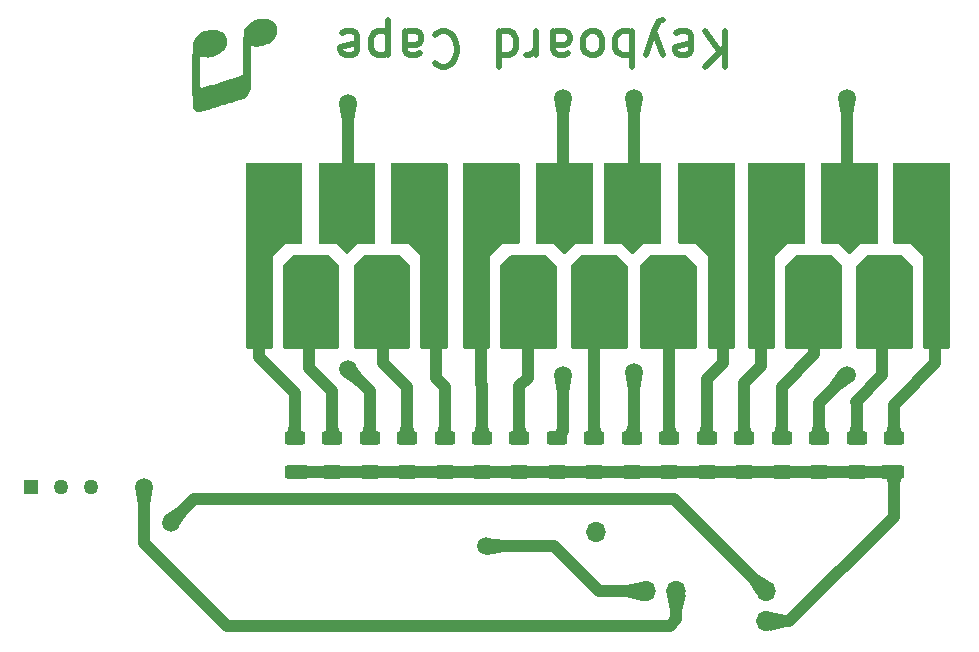
<source format=gbr>
%TF.GenerationSoftware,KiCad,Pcbnew,7.0.10-7.0.10~ubuntu23.04.1*%
%TF.CreationDate,2024-02-08T15:56:08-05:00*%
%TF.ProjectId,DigitalSynthCape,44696769-7461-46c5-9379-6e7468436170,rev?*%
%TF.SameCoordinates,Original*%
%TF.FileFunction,Copper,L1,Top*%
%TF.FilePolarity,Positive*%
%FSLAX46Y46*%
G04 Gerber Fmt 4.6, Leading zero omitted, Abs format (unit mm)*
G04 Created by KiCad (PCBNEW 7.0.10-7.0.10~ubuntu23.04.1) date 2024-02-08 15:56:08*
%MOMM*%
%LPD*%
G01*
G04 APERTURE LIST*
G04 Aperture macros list*
%AMRoundRect*
0 Rectangle with rounded corners*
0 $1 Rounding radius*
0 $2 $3 $4 $5 $6 $7 $8 $9 X,Y pos of 4 corners*
0 Add a 4 corners polygon primitive as box body*
4,1,4,$2,$3,$4,$5,$6,$7,$8,$9,$2,$3,0*
0 Add four circle primitives for the rounded corners*
1,1,$1+$1,$2,$3*
1,1,$1+$1,$4,$5*
1,1,$1+$1,$6,$7*
1,1,$1+$1,$8,$9*
0 Add four rect primitives between the rounded corners*
20,1,$1+$1,$2,$3,$4,$5,0*
20,1,$1+$1,$4,$5,$6,$7,0*
20,1,$1+$1,$6,$7,$8,$9,0*
20,1,$1+$1,$8,$9,$2,$3,0*%
G04 Aperture macros list end*
%ADD10C,0.500000*%
%TA.AperFunction,NonConductor*%
%ADD11C,0.500000*%
%TD*%
%TA.AperFunction,ComponentPad*%
%ADD12O,1.700000X1.700000*%
%TD*%
%TA.AperFunction,SMDPad,CuDef*%
%ADD13RoundRect,0.250000X-0.625000X0.312500X-0.625000X-0.312500X0.625000X-0.312500X0.625000X0.312500X0*%
%TD*%
%TA.AperFunction,ComponentPad*%
%ADD14R,1.268000X1.268000*%
%TD*%
%TA.AperFunction,ComponentPad*%
%ADD15C,1.268000*%
%TD*%
%TA.AperFunction,ViaPad*%
%ADD16C,1.500000*%
%TD*%
%TA.AperFunction,Conductor*%
%ADD17C,1.000000*%
%TD*%
G04 APERTURE END LIST*
D10*
D11*
X164456767Y-48143142D02*
X164456767Y-51143142D01*
X162742481Y-48143142D02*
X164028195Y-49857428D01*
X162742481Y-51143142D02*
X164456767Y-49428857D01*
X160313910Y-48286000D02*
X160599624Y-48143142D01*
X160599624Y-48143142D02*
X161171053Y-48143142D01*
X161171053Y-48143142D02*
X161456767Y-48286000D01*
X161456767Y-48286000D02*
X161599624Y-48571714D01*
X161599624Y-48571714D02*
X161599624Y-49714571D01*
X161599624Y-49714571D02*
X161456767Y-50000285D01*
X161456767Y-50000285D02*
X161171053Y-50143142D01*
X161171053Y-50143142D02*
X160599624Y-50143142D01*
X160599624Y-50143142D02*
X160313910Y-50000285D01*
X160313910Y-50000285D02*
X160171053Y-49714571D01*
X160171053Y-49714571D02*
X160171053Y-49428857D01*
X160171053Y-49428857D02*
X161599624Y-49143142D01*
X159171052Y-50143142D02*
X158456766Y-48143142D01*
X157742481Y-50143142D02*
X158456766Y-48143142D01*
X158456766Y-48143142D02*
X158742481Y-47428857D01*
X158742481Y-47428857D02*
X158885338Y-47286000D01*
X158885338Y-47286000D02*
X159171052Y-47143142D01*
X156599624Y-48143142D02*
X156599624Y-51143142D01*
X156599624Y-50000285D02*
X156313910Y-50143142D01*
X156313910Y-50143142D02*
X155742481Y-50143142D01*
X155742481Y-50143142D02*
X155456767Y-50000285D01*
X155456767Y-50000285D02*
X155313910Y-49857428D01*
X155313910Y-49857428D02*
X155171052Y-49571714D01*
X155171052Y-49571714D02*
X155171052Y-48714571D01*
X155171052Y-48714571D02*
X155313910Y-48428857D01*
X155313910Y-48428857D02*
X155456767Y-48286000D01*
X155456767Y-48286000D02*
X155742481Y-48143142D01*
X155742481Y-48143142D02*
X156313910Y-48143142D01*
X156313910Y-48143142D02*
X156599624Y-48286000D01*
X153456766Y-48143142D02*
X153742481Y-48286000D01*
X153742481Y-48286000D02*
X153885338Y-48428857D01*
X153885338Y-48428857D02*
X154028195Y-48714571D01*
X154028195Y-48714571D02*
X154028195Y-49571714D01*
X154028195Y-49571714D02*
X153885338Y-49857428D01*
X153885338Y-49857428D02*
X153742481Y-50000285D01*
X153742481Y-50000285D02*
X153456766Y-50143142D01*
X153456766Y-50143142D02*
X153028195Y-50143142D01*
X153028195Y-50143142D02*
X152742481Y-50000285D01*
X152742481Y-50000285D02*
X152599624Y-49857428D01*
X152599624Y-49857428D02*
X152456766Y-49571714D01*
X152456766Y-49571714D02*
X152456766Y-48714571D01*
X152456766Y-48714571D02*
X152599624Y-48428857D01*
X152599624Y-48428857D02*
X152742481Y-48286000D01*
X152742481Y-48286000D02*
X153028195Y-48143142D01*
X153028195Y-48143142D02*
X153456766Y-48143142D01*
X149885338Y-48143142D02*
X149885338Y-49714571D01*
X149885338Y-49714571D02*
X150028195Y-50000285D01*
X150028195Y-50000285D02*
X150313909Y-50143142D01*
X150313909Y-50143142D02*
X150885338Y-50143142D01*
X150885338Y-50143142D02*
X151171052Y-50000285D01*
X149885338Y-48286000D02*
X150171052Y-48143142D01*
X150171052Y-48143142D02*
X150885338Y-48143142D01*
X150885338Y-48143142D02*
X151171052Y-48286000D01*
X151171052Y-48286000D02*
X151313909Y-48571714D01*
X151313909Y-48571714D02*
X151313909Y-48857428D01*
X151313909Y-48857428D02*
X151171052Y-49143142D01*
X151171052Y-49143142D02*
X150885338Y-49286000D01*
X150885338Y-49286000D02*
X150171052Y-49286000D01*
X150171052Y-49286000D02*
X149885338Y-49428857D01*
X148456766Y-48143142D02*
X148456766Y-50143142D01*
X148456766Y-49571714D02*
X148313909Y-49857428D01*
X148313909Y-49857428D02*
X148171052Y-50000285D01*
X148171052Y-50000285D02*
X147885337Y-50143142D01*
X147885337Y-50143142D02*
X147599623Y-50143142D01*
X145313909Y-48143142D02*
X145313909Y-51143142D01*
X145313909Y-48286000D02*
X145599623Y-48143142D01*
X145599623Y-48143142D02*
X146171051Y-48143142D01*
X146171051Y-48143142D02*
X146456766Y-48286000D01*
X146456766Y-48286000D02*
X146599623Y-48428857D01*
X146599623Y-48428857D02*
X146742480Y-48714571D01*
X146742480Y-48714571D02*
X146742480Y-49571714D01*
X146742480Y-49571714D02*
X146599623Y-49857428D01*
X146599623Y-49857428D02*
X146456766Y-50000285D01*
X146456766Y-50000285D02*
X146171051Y-50143142D01*
X146171051Y-50143142D02*
X145599623Y-50143142D01*
X145599623Y-50143142D02*
X145313909Y-50000285D01*
X139885337Y-48428857D02*
X140028194Y-48286000D01*
X140028194Y-48286000D02*
X140456766Y-48143142D01*
X140456766Y-48143142D02*
X140742480Y-48143142D01*
X140742480Y-48143142D02*
X141171051Y-48286000D01*
X141171051Y-48286000D02*
X141456766Y-48571714D01*
X141456766Y-48571714D02*
X141599623Y-48857428D01*
X141599623Y-48857428D02*
X141742480Y-49428857D01*
X141742480Y-49428857D02*
X141742480Y-49857428D01*
X141742480Y-49857428D02*
X141599623Y-50428857D01*
X141599623Y-50428857D02*
X141456766Y-50714571D01*
X141456766Y-50714571D02*
X141171051Y-51000285D01*
X141171051Y-51000285D02*
X140742480Y-51143142D01*
X140742480Y-51143142D02*
X140456766Y-51143142D01*
X140456766Y-51143142D02*
X140028194Y-51000285D01*
X140028194Y-51000285D02*
X139885337Y-50857428D01*
X137313909Y-48143142D02*
X137313909Y-49714571D01*
X137313909Y-49714571D02*
X137456766Y-50000285D01*
X137456766Y-50000285D02*
X137742480Y-50143142D01*
X137742480Y-50143142D02*
X138313909Y-50143142D01*
X138313909Y-50143142D02*
X138599623Y-50000285D01*
X137313909Y-48286000D02*
X137599623Y-48143142D01*
X137599623Y-48143142D02*
X138313909Y-48143142D01*
X138313909Y-48143142D02*
X138599623Y-48286000D01*
X138599623Y-48286000D02*
X138742480Y-48571714D01*
X138742480Y-48571714D02*
X138742480Y-48857428D01*
X138742480Y-48857428D02*
X138599623Y-49143142D01*
X138599623Y-49143142D02*
X138313909Y-49286000D01*
X138313909Y-49286000D02*
X137599623Y-49286000D01*
X137599623Y-49286000D02*
X137313909Y-49428857D01*
X135885337Y-50143142D02*
X135885337Y-47143142D01*
X135885337Y-50000285D02*
X135599623Y-50143142D01*
X135599623Y-50143142D02*
X135028194Y-50143142D01*
X135028194Y-50143142D02*
X134742480Y-50000285D01*
X134742480Y-50000285D02*
X134599623Y-49857428D01*
X134599623Y-49857428D02*
X134456765Y-49571714D01*
X134456765Y-49571714D02*
X134456765Y-48714571D01*
X134456765Y-48714571D02*
X134599623Y-48428857D01*
X134599623Y-48428857D02*
X134742480Y-48286000D01*
X134742480Y-48286000D02*
X135028194Y-48143142D01*
X135028194Y-48143142D02*
X135599623Y-48143142D01*
X135599623Y-48143142D02*
X135885337Y-48286000D01*
X132028194Y-48286000D02*
X132313908Y-48143142D01*
X132313908Y-48143142D02*
X132885337Y-48143142D01*
X132885337Y-48143142D02*
X133171051Y-48286000D01*
X133171051Y-48286000D02*
X133313908Y-48571714D01*
X133313908Y-48571714D02*
X133313908Y-49714571D01*
X133313908Y-49714571D02*
X133171051Y-50000285D01*
X133171051Y-50000285D02*
X132885337Y-50143142D01*
X132885337Y-50143142D02*
X132313908Y-50143142D01*
X132313908Y-50143142D02*
X132028194Y-50000285D01*
X132028194Y-50000285D02*
X131885337Y-49714571D01*
X131885337Y-49714571D02*
X131885337Y-49428857D01*
X131885337Y-49428857D02*
X133313908Y-49143142D01*
%TA.AperFunction,EtchedComponent*%
%TO.C,G\u002A\u002A\u002A*%
G36*
X125524469Y-47074243D02*
G01*
X125552937Y-47077183D01*
X125741764Y-47110725D01*
X125917600Y-47166166D01*
X126077558Y-47241754D01*
X126218749Y-47335733D01*
X126338285Y-47446351D01*
X126433276Y-47571854D01*
X126466904Y-47632039D01*
X126518276Y-47762596D01*
X126546273Y-47905270D01*
X126552740Y-48030153D01*
X126538185Y-48210456D01*
X126494609Y-48383433D01*
X126421533Y-48550090D01*
X126318478Y-48711434D01*
X126184964Y-48868470D01*
X126124264Y-48929023D01*
X126017942Y-49024894D01*
X125915236Y-49103758D01*
X125804796Y-49173525D01*
X125675272Y-49242104D01*
X125674239Y-49242614D01*
X125476982Y-49328648D01*
X125282378Y-49389102D01*
X125082122Y-49425874D01*
X124867908Y-49440867D01*
X124805446Y-49441424D01*
X124647235Y-49435742D01*
X124511752Y-49418963D01*
X124392115Y-49390011D01*
X124325343Y-49366456D01*
X124321301Y-49366183D01*
X124317676Y-49369822D01*
X124314437Y-49379005D01*
X124311559Y-49395363D01*
X124309012Y-49420527D01*
X124306769Y-49456129D01*
X124304801Y-49503798D01*
X124303082Y-49565167D01*
X124301582Y-49641866D01*
X124300274Y-49735527D01*
X124299130Y-49847781D01*
X124298122Y-49980258D01*
X124297223Y-50134591D01*
X124296403Y-50312409D01*
X124295635Y-50515345D01*
X124294891Y-50745028D01*
X124294144Y-51003091D01*
X124293551Y-51221274D01*
X124292792Y-51501857D01*
X124292076Y-51752914D01*
X124291368Y-51976184D01*
X124290635Y-52173402D01*
X124289846Y-52346306D01*
X124288966Y-52496631D01*
X124287964Y-52626115D01*
X124286806Y-52736495D01*
X124285459Y-52829506D01*
X124283890Y-52906886D01*
X124282066Y-52970371D01*
X124279955Y-53021698D01*
X124277523Y-53062603D01*
X124274738Y-53094824D01*
X124271566Y-53120097D01*
X124267975Y-53140159D01*
X124263932Y-53156746D01*
X124259403Y-53171594D01*
X124256405Y-53180492D01*
X124181489Y-53355983D01*
X124084247Y-53513333D01*
X123966844Y-53650223D01*
X123831447Y-53764336D01*
X123680220Y-53853351D01*
X123594061Y-53889683D01*
X123552330Y-53904041D01*
X123484316Y-53926201D01*
X123392342Y-53955460D01*
X123278728Y-53991118D01*
X123145797Y-54032472D01*
X122995870Y-54078820D01*
X122831269Y-54129461D01*
X122654315Y-54183692D01*
X122467329Y-54240813D01*
X122272633Y-54300120D01*
X122072550Y-54360912D01*
X121869399Y-54422487D01*
X121665503Y-54484144D01*
X121463183Y-54545180D01*
X121264762Y-54604893D01*
X121072560Y-54662583D01*
X120888898Y-54717546D01*
X120716099Y-54769082D01*
X120556485Y-54816487D01*
X120412375Y-54859061D01*
X120286093Y-54896101D01*
X120179960Y-54926906D01*
X120096297Y-54950774D01*
X120037425Y-54967002D01*
X120005667Y-54974890D01*
X120002850Y-54975393D01*
X119868862Y-54981525D01*
X119742851Y-54960827D01*
X119628579Y-54915045D01*
X119529810Y-54845924D01*
X119450306Y-54755209D01*
X119420457Y-54705213D01*
X119412652Y-54690151D01*
X119405532Y-54675372D01*
X119399065Y-54659444D01*
X119393219Y-54640937D01*
X119387964Y-54618420D01*
X119383266Y-54590460D01*
X119379095Y-54555626D01*
X119375420Y-54512488D01*
X119372209Y-54459614D01*
X119369430Y-54395572D01*
X119367051Y-54318931D01*
X119365042Y-54228261D01*
X119363371Y-54122129D01*
X119362006Y-53999104D01*
X119360916Y-53857755D01*
X119360070Y-53696651D01*
X119359435Y-53514360D01*
X119358980Y-53309451D01*
X119358674Y-53080492D01*
X119358486Y-52826053D01*
X119358383Y-52544702D01*
X119358335Y-52235008D01*
X119358309Y-51895539D01*
X119358308Y-51881731D01*
X119358291Y-51545875D01*
X119358300Y-51239821D01*
X119358352Y-50962112D01*
X119358463Y-50711287D01*
X119358650Y-50485889D01*
X119358929Y-50284458D01*
X119359317Y-50105535D01*
X119359830Y-49947663D01*
X119360484Y-49809381D01*
X119361297Y-49689230D01*
X119362284Y-49585754D01*
X119363462Y-49497491D01*
X119364848Y-49422984D01*
X119366458Y-49360773D01*
X119368308Y-49309400D01*
X119370415Y-49267407D01*
X119372795Y-49233333D01*
X119375466Y-49205720D01*
X119378442Y-49183110D01*
X119381742Y-49164044D01*
X119385380Y-49147062D01*
X119389372Y-49130715D01*
X119450128Y-48952840D01*
X119538836Y-48784256D01*
X119653068Y-48626873D01*
X119790400Y-48482600D01*
X119948404Y-48353348D01*
X120124655Y-48241026D01*
X120316726Y-48147545D01*
X120522191Y-48074815D01*
X120738623Y-48024745D01*
X120807858Y-48014083D01*
X120902277Y-48005375D01*
X121012341Y-48001765D01*
X121129354Y-48002934D01*
X121244622Y-48008565D01*
X121349449Y-48018341D01*
X121435141Y-48031942D01*
X121460461Y-48037936D01*
X121642038Y-48096628D01*
X121798870Y-48169071D01*
X121878796Y-48217210D01*
X122018615Y-48325371D01*
X122130056Y-48446525D01*
X122213401Y-48581178D01*
X122268930Y-48729835D01*
X122296925Y-48893003D01*
X122300659Y-48975815D01*
X122296318Y-49100822D01*
X122279397Y-49212633D01*
X122247238Y-49322281D01*
X122197183Y-49440799D01*
X122180132Y-49476000D01*
X122081798Y-49640530D01*
X121956769Y-49793630D01*
X121808206Y-49933132D01*
X121639273Y-50056869D01*
X121453131Y-50162674D01*
X121252942Y-50248377D01*
X121041870Y-50311813D01*
X120925732Y-50335827D01*
X120788640Y-50352917D01*
X120640364Y-50359562D01*
X120488693Y-50356261D01*
X120341419Y-50343515D01*
X120206331Y-50321824D01*
X120091220Y-50291687D01*
X120059677Y-50280263D01*
X119983353Y-50250179D01*
X119983584Y-51512135D01*
X119983736Y-51753460D01*
X119984115Y-51965164D01*
X119984745Y-52148888D01*
X119985652Y-52306274D01*
X119986860Y-52438961D01*
X119988393Y-52548590D01*
X119990277Y-52636803D01*
X119992535Y-52705238D01*
X119995193Y-52755538D01*
X119998275Y-52789343D01*
X120001806Y-52808293D01*
X120003122Y-52811662D01*
X120049107Y-52869273D01*
X120114100Y-52903098D01*
X120182689Y-52911803D01*
X120208494Y-52907766D01*
X120257708Y-52895957D01*
X120330972Y-52876184D01*
X120428929Y-52848255D01*
X120552222Y-52811976D01*
X120701493Y-52767156D01*
X120877384Y-52713600D01*
X121080539Y-52651118D01*
X121311599Y-52579515D01*
X121571207Y-52498600D01*
X121811411Y-52423419D01*
X122065968Y-52343550D01*
X122292376Y-52272352D01*
X122492350Y-52209256D01*
X122667606Y-52153693D01*
X122819859Y-52105092D01*
X122950825Y-52062884D01*
X123062217Y-52026498D01*
X123155753Y-51995365D01*
X123233147Y-51968915D01*
X123296114Y-51946579D01*
X123346370Y-51927786D01*
X123385630Y-51911966D01*
X123415609Y-51898550D01*
X123438023Y-51886968D01*
X123452039Y-51878387D01*
X123534322Y-51812134D01*
X123600888Y-51736213D01*
X123645670Y-51658053D01*
X123655871Y-51628743D01*
X123658890Y-51601737D01*
X123661605Y-51543699D01*
X123664014Y-51454857D01*
X123666115Y-51335440D01*
X123667906Y-51185675D01*
X123669384Y-51005790D01*
X123670547Y-50796013D01*
X123671393Y-50556574D01*
X123671920Y-50287699D01*
X123672125Y-49989617D01*
X123672128Y-49963802D01*
X123672145Y-49695820D01*
X123672223Y-49457162D01*
X123672448Y-49245893D01*
X123672906Y-49060074D01*
X123673682Y-48897770D01*
X123674862Y-48757044D01*
X123676533Y-48635958D01*
X123678780Y-48532576D01*
X123681689Y-48444961D01*
X123685345Y-48371176D01*
X123689835Y-48309285D01*
X123695245Y-48257350D01*
X123701660Y-48213436D01*
X123709166Y-48175604D01*
X123717849Y-48141919D01*
X123727796Y-48110443D01*
X123739091Y-48079240D01*
X123751820Y-48046372D01*
X123757800Y-48031135D01*
X123833351Y-47876847D01*
X123935938Y-47726323D01*
X124061341Y-47583963D01*
X124205341Y-47454168D01*
X124363717Y-47341338D01*
X124485015Y-47272705D01*
X124677407Y-47190151D01*
X124885528Y-47127568D01*
X125101397Y-47086415D01*
X125317038Y-47068153D01*
X125524469Y-47074243D01*
G37*
%TD.AperFunction*%
%TD*%
D12*
%TO.P,,32,Pin_32*%
%TO.N,+1V8*%
X153500000Y-90500000D03*
%TD*%
%TO.P,P9,32,Pin_32*%
%TO.N,+1V8*%
X157785000Y-95555000D03*
%TO.P,P9,34,Pin_34*%
%TO.N,GNDA*%
X160325000Y-95555000D03*
%TO.P,P9,39,Pin_39*%
%TO.N,/AIN0*%
X167945000Y-98095000D03*
%TO.P,P9,40,Pin_40*%
%TO.N,/AIN1*%
X167945000Y-95555000D03*
%TD*%
D13*
%TO.P,R2,1*%
%TO.N,/Key2*%
X134359609Y-82537500D03*
%TO.P,R2,2*%
%TO.N,/AIN0*%
X134359609Y-85462500D03*
%TD*%
%TO.P,R14,1*%
%TO.N,/Key13*%
X169237771Y-82537500D03*
%TO.P,R14,2*%
%TO.N,/AIN0*%
X169237771Y-85462500D03*
%TD*%
%TO.P,R16,1*%
%TO.N,/Key15*%
X175579255Y-82537500D03*
%TO.P,R16,2*%
%TO.N,/AIN0*%
X175579255Y-85462500D03*
%TD*%
%TO.P,R11,1*%
%TO.N,/Key10*%
X159725545Y-82537500D03*
%TO.P,R11,2*%
%TO.N,/AIN0*%
X159725545Y-85462500D03*
%TD*%
%TO.P,R12,1*%
%TO.N,/Key11*%
X162896287Y-82537500D03*
%TO.P,R12,2*%
%TO.N,/AIN0*%
X162896287Y-85462500D03*
%TD*%
%TO.P,R8,1*%
%TO.N,/Key7*%
X150213319Y-82537500D03*
%TO.P,R8,2*%
%TO.N,/AIN0*%
X150213319Y-85462500D03*
%TD*%
%TO.P,R17,1*%
%TO.N,/Key16*%
X178750000Y-82537500D03*
%TO.P,R17,2*%
%TO.N,/AIN0*%
X178750000Y-85462500D03*
%TD*%
%TO.P,R13,1*%
%TO.N,/Key12*%
X166067029Y-82537500D03*
%TO.P,R13,2*%
%TO.N,/AIN0*%
X166067029Y-85462500D03*
%TD*%
%TO.P,R10,1*%
%TO.N,/Key9*%
X156554803Y-82537500D03*
%TO.P,R10,2*%
%TO.N,/AIN0*%
X156554803Y-85462500D03*
%TD*%
%TO.P,R5,1*%
%TO.N,/Key5*%
X143871835Y-82537500D03*
%TO.P,R5,2*%
%TO.N,/AIN0*%
X143871835Y-85462500D03*
%TD*%
%TO.P,R15,1*%
%TO.N,/Key14*%
X172408513Y-82537500D03*
%TO.P,R15,2*%
%TO.N,/AIN0*%
X172408513Y-85462500D03*
%TD*%
%TO.P,R7,1*%
%TO.N,/Key0*%
X128018125Y-82537500D03*
%TO.P,R7,2*%
%TO.N,/AIN0*%
X128018125Y-85462500D03*
%TD*%
%TO.P,R4,1*%
%TO.N,/Key4*%
X140701093Y-82537500D03*
%TO.P,R4,2*%
%TO.N,/AIN0*%
X140701093Y-85462500D03*
%TD*%
D14*
%TO.P,R18,1*%
%TO.N,+1V8*%
X105670000Y-86750000D03*
D15*
%TO.P,R18,2*%
%TO.N,/AIN1*%
X108210000Y-86750000D03*
%TO.P,R18,3*%
%TO.N,GNDA*%
X110750000Y-86750000D03*
%TD*%
D13*
%TO.P,R6,1*%
%TO.N,/Key6*%
X147042577Y-82537500D03*
%TO.P,R6,2*%
%TO.N,/AIN0*%
X147042577Y-85462500D03*
%TD*%
%TO.P,R1,1*%
%TO.N,/Key1*%
X131188867Y-82537500D03*
%TO.P,R1,2*%
%TO.N,/AIN0*%
X131188867Y-85462500D03*
%TD*%
%TO.P,R3,1*%
%TO.N,/Key3*%
X137530351Y-82537500D03*
%TO.P,R3,2*%
%TO.N,/AIN0*%
X137530351Y-85462500D03*
%TD*%
%TO.P,R9,1*%
%TO.N,/Key8*%
X153384061Y-82537500D03*
%TO.P,R9,2*%
%TO.N,/AIN0*%
X153384061Y-85462500D03*
%TD*%
D16*
%TO.N,/AIN1*%
X117500000Y-89750000D03*
%TO.N,+1V8*%
X144250000Y-91750000D03*
%TO.N,/Key2*%
X132500000Y-76750000D03*
X132500000Y-54250000D03*
%TO.N,/Key7*%
X150750000Y-53750000D03*
X150750000Y-77250000D03*
%TO.N,/Key9*%
X156750000Y-53750000D03*
X156750000Y-77000000D03*
%TO.N,/Key14*%
X174750000Y-53750000D03*
X174750000Y-77250000D03*
%TO.N,GNDA*%
X115250000Y-86750000D03*
%TD*%
D17*
%TO.N,/Key6*%
X147042577Y-82537500D02*
X147042577Y-78207423D01*
X147042577Y-78207423D02*
X147750000Y-77500000D01*
X147750000Y-77500000D02*
X147750000Y-68250000D01*
%TO.N,/Key7*%
X150750000Y-77250000D02*
X150750000Y-82000819D01*
X150750000Y-82000819D02*
X150213319Y-82537500D01*
%TO.N,/Key9*%
X156750000Y-77000000D02*
X156750000Y-82342303D01*
X156750000Y-82342303D02*
X156554803Y-82537500D01*
%TO.N,/Key14*%
X174750000Y-53750000D02*
X174750000Y-63500000D01*
%TO.N,/Key9*%
X156750000Y-53750000D02*
X156750000Y-63500000D01*
%TO.N,/Key7*%
X150750000Y-53750000D02*
X150750000Y-63750000D01*
%TO.N,/Key2*%
X132500000Y-54250000D02*
X132500000Y-63500000D01*
%TO.N,/AIN1*%
X119500000Y-87750000D02*
X117500000Y-89750000D01*
X160140000Y-87750000D02*
X119500000Y-87750000D01*
X167945000Y-95555000D02*
X160140000Y-87750000D01*
%TO.N,/AIN0*%
X178750000Y-85462500D02*
X178750000Y-89250000D01*
X167945000Y-98095000D02*
X169905000Y-98095000D01*
X169905000Y-98095000D02*
X178750000Y-89250000D01*
X178750000Y-85462500D02*
X128018125Y-85462500D01*
%TO.N,+1V8*%
X150000000Y-91750000D02*
X153805000Y-95555000D01*
X153805000Y-95555000D02*
X157785000Y-95555000D01*
X144250000Y-91750000D02*
X150000000Y-91750000D01*
%TO.N,/Key0*%
X125000000Y-75750000D02*
X125000000Y-67750000D01*
X128018125Y-78768125D02*
X125000000Y-75750000D01*
X128018125Y-82537500D02*
X128018125Y-78768125D01*
%TO.N,/Key1*%
X131188867Y-78561133D02*
X129250000Y-76622266D01*
X129250000Y-76622266D02*
X129250000Y-68500000D01*
X131188867Y-82537500D02*
X131188867Y-78561133D01*
%TO.N,/Key2*%
X134359609Y-78609609D02*
X132500000Y-76750000D01*
X134359609Y-82537500D02*
X134359609Y-78609609D01*
%TO.N,/Key3*%
X135500000Y-76250000D02*
X135500000Y-68250000D01*
X137530351Y-82537500D02*
X137530351Y-78280351D01*
X137530351Y-78280351D02*
X137500000Y-78250000D01*
X137500000Y-78250000D02*
X135500000Y-76250000D01*
%TO.N,/Key4*%
X140701093Y-78298907D02*
X140750000Y-78250000D01*
X140750000Y-78250000D02*
X140000000Y-77500000D01*
X140701093Y-82537500D02*
X140701093Y-78298907D01*
X140000000Y-77500000D02*
X140000000Y-68250000D01*
%TO.N,/Key5*%
X143871835Y-82537500D02*
X143871835Y-78121835D01*
X143871835Y-78121835D02*
X143750000Y-78000000D01*
X143750000Y-78000000D02*
X143750000Y-68250000D01*
%TO.N,/Key8*%
X153384061Y-82537500D02*
X153384061Y-68750000D01*
%TO.N,/Key10*%
X159725545Y-82537500D02*
X159725545Y-68774455D01*
%TO.N,/Key11*%
X163000000Y-77500000D02*
X164250000Y-76250000D01*
X162896287Y-82537500D02*
X163000000Y-82433787D01*
X162896287Y-82537500D02*
X162896287Y-77603713D01*
X162896287Y-77603713D02*
X163000000Y-77500000D01*
X164250000Y-76250000D02*
X164250000Y-68500000D01*
X162701093Y-82342306D02*
X162896287Y-82537500D01*
%TO.N,/Key12*%
X167500000Y-76500000D02*
X167500000Y-68500000D01*
X166067029Y-77932971D02*
X166250000Y-77750000D01*
X166250000Y-77750000D02*
X167500000Y-76500000D01*
X166067029Y-82537500D02*
X166067029Y-77932971D01*
%TO.N,/Key13*%
X169237771Y-82537500D02*
X169237771Y-78262229D01*
X169250000Y-78250000D02*
X172000000Y-75500000D01*
X169237771Y-78262229D02*
X169250000Y-78250000D01*
X172000000Y-75500000D02*
X172000000Y-68750000D01*
%TO.N,/Key14*%
X174750000Y-77250000D02*
X172408513Y-79591487D01*
X172408513Y-79591487D02*
X172408513Y-82537500D01*
%TO.N,/Key15*%
X175500000Y-79500000D02*
X177750000Y-77250000D01*
X177750000Y-77250000D02*
X177750000Y-69000000D01*
X175579255Y-79579255D02*
X175500000Y-79500000D01*
X175579255Y-82537500D02*
X175579255Y-79579255D01*
%TO.N,/Key16*%
X178750000Y-82537500D02*
X178750000Y-79750000D01*
X182250000Y-76250000D02*
X182250000Y-68750000D01*
X179000000Y-79500000D02*
X182250000Y-76250000D01*
X178750000Y-79750000D02*
X179000000Y-79500000D01*
%TO.N,GNDA*%
X160325000Y-97925000D02*
X159750000Y-98500000D01*
X159750000Y-98500000D02*
X122250000Y-98500000D01*
X160325000Y-95555000D02*
X160325000Y-97925000D01*
X122250000Y-98500000D02*
X115250000Y-91500000D01*
X115250000Y-91500000D02*
X115250000Y-86750000D01*
%TD*%
%TA.AperFunction,Conductor*%
%TO.N,/Key9*%
G36*
X158918192Y-59257535D02*
G01*
X158932825Y-59263596D01*
X158979351Y-59303333D01*
X158986401Y-59317170D01*
X158992463Y-59331805D01*
X159000000Y-59369691D01*
X159000000Y-66030308D01*
X158992463Y-66068197D01*
X158986402Y-66082828D01*
X158946663Y-66129352D01*
X158932830Y-66136401D01*
X158925448Y-66139458D01*
X158918197Y-66142462D01*
X158880309Y-66150000D01*
X157500000Y-66150000D01*
X157470710Y-66179289D01*
X157470707Y-66179292D01*
X156684633Y-66965365D01*
X156652516Y-66986825D01*
X156637886Y-66992885D01*
X156576889Y-66997686D01*
X156562116Y-66992886D01*
X156547485Y-66986826D01*
X156515365Y-66965365D01*
X155729289Y-66179289D01*
X155700000Y-66150000D01*
X155658587Y-66150000D01*
X154319691Y-66150000D01*
X154281805Y-66142463D01*
X154267170Y-66136401D01*
X154220647Y-66096663D01*
X154213597Y-66082828D01*
X154207534Y-66068190D01*
X154200000Y-66030308D01*
X154200000Y-59369691D01*
X154207534Y-59331810D01*
X154213596Y-59317173D01*
X154253331Y-59270650D01*
X154267166Y-59263599D01*
X154281810Y-59257534D01*
X154319691Y-59250000D01*
X158880309Y-59250000D01*
X158918192Y-59257535D01*
G37*
%TD.AperFunction*%
%TD*%
%TA.AperFunction,Conductor*%
%TO.N,/Key0*%
G36*
X128568192Y-59257535D02*
G01*
X128582825Y-59263596D01*
X128629351Y-59303333D01*
X128636401Y-59317170D01*
X128642463Y-59331805D01*
X128650000Y-59369691D01*
X128650000Y-66030308D01*
X128642463Y-66068197D01*
X128636402Y-66082828D01*
X128596663Y-66129352D01*
X128582830Y-66136401D01*
X128575448Y-66139458D01*
X128568197Y-66142462D01*
X128530309Y-66150000D01*
X127150000Y-66150000D01*
X126150000Y-67150000D01*
X126150000Y-67191412D01*
X126150000Y-74880308D01*
X126142463Y-74918197D01*
X126136402Y-74932828D01*
X126096663Y-74979352D01*
X126082830Y-74986401D01*
X126075448Y-74989458D01*
X126068197Y-74992462D01*
X126030309Y-75000000D01*
X123969691Y-75000000D01*
X123931805Y-74992463D01*
X123917170Y-74986401D01*
X123870647Y-74946663D01*
X123863597Y-74932828D01*
X123857534Y-74918190D01*
X123850000Y-74880308D01*
X123850000Y-59369691D01*
X123857534Y-59331810D01*
X123863596Y-59317173D01*
X123903331Y-59270650D01*
X123917166Y-59263599D01*
X123931810Y-59257534D01*
X123969691Y-59250000D01*
X128530309Y-59250000D01*
X128568192Y-59257535D01*
G37*
%TD.AperFunction*%
%TD*%
%TA.AperFunction,Conductor*%
%TO.N,/Key11*%
G36*
X165218192Y-59257535D02*
G01*
X165232825Y-59263596D01*
X165279351Y-59303333D01*
X165286401Y-59317170D01*
X165292463Y-59331805D01*
X165300000Y-59369691D01*
X165300000Y-74880308D01*
X165292463Y-74918197D01*
X165286402Y-74932828D01*
X165246663Y-74979352D01*
X165232830Y-74986401D01*
X165225448Y-74989458D01*
X165218197Y-74992462D01*
X165180309Y-75000000D01*
X163119691Y-75000000D01*
X163081805Y-74992463D01*
X163067170Y-74986401D01*
X163020647Y-74946663D01*
X163013597Y-74932828D01*
X163007534Y-74918190D01*
X163000000Y-74880308D01*
X163000000Y-67191422D01*
X163000000Y-67191421D01*
X163000000Y-67150000D01*
X162000000Y-66150000D01*
X161958587Y-66150000D01*
X160619691Y-66150000D01*
X160581805Y-66142463D01*
X160567170Y-66136401D01*
X160520647Y-66096663D01*
X160513597Y-66082828D01*
X160507534Y-66068190D01*
X160500000Y-66030308D01*
X160500000Y-59369691D01*
X160507534Y-59331810D01*
X160513596Y-59317173D01*
X160553331Y-59270650D01*
X160567166Y-59263599D01*
X160581810Y-59257534D01*
X160619691Y-59250000D01*
X165180309Y-59250000D01*
X165218192Y-59257535D01*
G37*
%TD.AperFunction*%
%TD*%
%TA.AperFunction,Conductor*%
%TO.N,/Key6*%
G36*
X149268139Y-67101902D02*
G01*
X149277531Y-67103770D01*
X149313220Y-67118552D01*
X149321179Y-67123870D01*
X149336182Y-67136182D01*
X150163817Y-67963817D01*
X150176129Y-67978820D01*
X150181447Y-67986779D01*
X150196228Y-68022460D01*
X150198097Y-68031853D01*
X150200000Y-68051173D01*
X150200000Y-74880308D01*
X150192463Y-74918197D01*
X150186402Y-74932828D01*
X150146663Y-74979352D01*
X150132830Y-74986401D01*
X150125448Y-74989458D01*
X150118197Y-74992462D01*
X150080309Y-75000000D01*
X145519691Y-75000000D01*
X145481805Y-74992463D01*
X145467170Y-74986401D01*
X145420647Y-74946663D01*
X145413597Y-74932828D01*
X145407534Y-74918190D01*
X145400000Y-74880308D01*
X145400000Y-68051173D01*
X145401901Y-68031863D01*
X145401903Y-68031853D01*
X145403770Y-68022467D01*
X145418550Y-67986781D01*
X145423874Y-67978815D01*
X145436177Y-67963822D01*
X146263822Y-67136177D01*
X146278815Y-67123874D01*
X146286781Y-67118550D01*
X146322467Y-67103770D01*
X146331865Y-67101900D01*
X146351173Y-67100000D01*
X149248827Y-67100000D01*
X149268139Y-67101902D01*
G37*
%TD.AperFunction*%
%TD*%
%TA.AperFunction,Conductor*%
%TO.N,/Key10*%
G36*
X161118139Y-67101902D02*
G01*
X161127531Y-67103770D01*
X161163220Y-67118552D01*
X161171179Y-67123870D01*
X161186182Y-67136182D01*
X162013817Y-67963817D01*
X162026129Y-67978820D01*
X162031447Y-67986779D01*
X162046228Y-68022460D01*
X162048097Y-68031853D01*
X162050000Y-68051173D01*
X162050000Y-74880308D01*
X162042463Y-74918197D01*
X162036402Y-74932828D01*
X161996663Y-74979352D01*
X161982830Y-74986401D01*
X161975448Y-74989458D01*
X161968197Y-74992462D01*
X161930309Y-75000000D01*
X157369691Y-75000000D01*
X157331805Y-74992463D01*
X157317170Y-74986401D01*
X157270647Y-74946663D01*
X157263597Y-74932828D01*
X157257534Y-74918190D01*
X157250000Y-74880308D01*
X157250000Y-68051173D01*
X157251901Y-68031863D01*
X157251903Y-68031853D01*
X157253770Y-68022467D01*
X157268550Y-67986781D01*
X157273874Y-67978815D01*
X157286177Y-67963822D01*
X158113822Y-67136177D01*
X158128815Y-67123874D01*
X158136781Y-67118550D01*
X158172467Y-67103770D01*
X158181865Y-67101900D01*
X158201173Y-67100000D01*
X161098827Y-67100000D01*
X161118139Y-67101902D01*
G37*
%TD.AperFunction*%
%TD*%
%TA.AperFunction,Conductor*%
%TO.N,/Key8*%
G36*
X155268139Y-67101902D02*
G01*
X155277531Y-67103770D01*
X155313220Y-67118552D01*
X155321179Y-67123870D01*
X155336182Y-67136182D01*
X156163817Y-67963817D01*
X156176129Y-67978820D01*
X156181447Y-67986779D01*
X156196228Y-68022460D01*
X156198097Y-68031853D01*
X156200000Y-68051173D01*
X156200000Y-74880308D01*
X156192463Y-74918197D01*
X156186402Y-74932828D01*
X156146663Y-74979352D01*
X156132830Y-74986401D01*
X156125448Y-74989458D01*
X156118197Y-74992462D01*
X156080309Y-75000000D01*
X151519691Y-75000000D01*
X151481805Y-74992463D01*
X151467170Y-74986401D01*
X151420647Y-74946663D01*
X151413597Y-74932828D01*
X151407534Y-74918190D01*
X151400000Y-74880308D01*
X151400000Y-68051173D01*
X151401901Y-68031863D01*
X151401903Y-68031853D01*
X151403770Y-68022467D01*
X151418550Y-67986781D01*
X151423874Y-67978815D01*
X151436177Y-67963822D01*
X152263822Y-67136177D01*
X152278815Y-67123874D01*
X152286781Y-67118550D01*
X152322467Y-67103770D01*
X152331865Y-67101900D01*
X152351173Y-67100000D01*
X155248827Y-67100000D01*
X155268139Y-67101902D01*
G37*
%TD.AperFunction*%
%TD*%
%TA.AperFunction,Conductor*%
%TO.N,/Key16*%
G36*
X183418192Y-59257535D02*
G01*
X183432825Y-59263596D01*
X183479351Y-59303333D01*
X183486401Y-59317170D01*
X183492463Y-59331805D01*
X183500000Y-59369691D01*
X183500000Y-74880308D01*
X183492463Y-74918197D01*
X183486402Y-74932828D01*
X183446663Y-74979352D01*
X183432830Y-74986401D01*
X183425448Y-74989458D01*
X183418197Y-74992462D01*
X183380309Y-75000000D01*
X181319691Y-75000000D01*
X181281805Y-74992463D01*
X181267170Y-74986401D01*
X181220647Y-74946663D01*
X181213597Y-74932828D01*
X181207534Y-74918190D01*
X181200000Y-74880308D01*
X181200000Y-67191422D01*
X181200000Y-67191421D01*
X181200000Y-67150000D01*
X180200000Y-66150000D01*
X180158587Y-66150000D01*
X178819691Y-66150000D01*
X178781805Y-66142463D01*
X178767170Y-66136401D01*
X178720647Y-66096663D01*
X178713597Y-66082828D01*
X178707534Y-66068190D01*
X178700000Y-66030308D01*
X178700000Y-59369691D01*
X178707534Y-59331810D01*
X178713596Y-59317173D01*
X178753331Y-59270650D01*
X178767166Y-59263599D01*
X178781810Y-59257534D01*
X178819691Y-59250000D01*
X183380309Y-59250000D01*
X183418192Y-59257535D01*
G37*
%TD.AperFunction*%
%TD*%
%TA.AperFunction,Conductor*%
%TO.N,/Key2*%
G36*
X134768192Y-59257535D02*
G01*
X134782825Y-59263596D01*
X134829351Y-59303333D01*
X134836401Y-59317170D01*
X134842463Y-59331805D01*
X134850000Y-59369691D01*
X134850000Y-66030308D01*
X134842463Y-66068197D01*
X134836402Y-66082828D01*
X134796663Y-66129352D01*
X134782830Y-66136401D01*
X134775448Y-66139458D01*
X134768197Y-66142462D01*
X134730309Y-66150000D01*
X133350000Y-66150000D01*
X133320710Y-66179289D01*
X133320707Y-66179292D01*
X132534633Y-66965365D01*
X132502516Y-66986825D01*
X132487886Y-66992885D01*
X132426889Y-66997686D01*
X132412116Y-66992886D01*
X132397485Y-66986826D01*
X132365365Y-66965365D01*
X131579289Y-66179289D01*
X131550000Y-66150000D01*
X131508587Y-66150000D01*
X130169691Y-66150000D01*
X130131805Y-66142463D01*
X130117170Y-66136401D01*
X130070647Y-66096663D01*
X130063597Y-66082828D01*
X130057534Y-66068190D01*
X130050000Y-66030308D01*
X130050000Y-59369691D01*
X130057534Y-59331810D01*
X130063596Y-59317173D01*
X130103331Y-59270650D01*
X130117166Y-59263599D01*
X130131810Y-59257534D01*
X130169691Y-59250000D01*
X134730309Y-59250000D01*
X134768192Y-59257535D01*
G37*
%TD.AperFunction*%
%TD*%
%TA.AperFunction,Conductor*%
%TO.N,/Key12*%
G36*
X171118192Y-59257535D02*
G01*
X171132825Y-59263596D01*
X171179351Y-59303333D01*
X171186401Y-59317170D01*
X171192463Y-59331805D01*
X171200000Y-59369691D01*
X171200000Y-66030308D01*
X171192463Y-66068197D01*
X171186402Y-66082828D01*
X171146663Y-66129352D01*
X171132830Y-66136401D01*
X171125448Y-66139458D01*
X171118197Y-66142462D01*
X171080309Y-66150000D01*
X169700000Y-66150000D01*
X168700000Y-67150000D01*
X168700000Y-67191412D01*
X168700000Y-74880308D01*
X168692463Y-74918197D01*
X168686402Y-74932828D01*
X168646663Y-74979352D01*
X168632830Y-74986401D01*
X168625448Y-74989458D01*
X168618197Y-74992462D01*
X168580309Y-75000000D01*
X166519691Y-75000000D01*
X166481805Y-74992463D01*
X166467170Y-74986401D01*
X166420647Y-74946663D01*
X166413597Y-74932828D01*
X166407534Y-74918190D01*
X166400000Y-74880308D01*
X166400000Y-59369691D01*
X166407534Y-59331810D01*
X166413596Y-59317173D01*
X166453331Y-59270650D01*
X166467166Y-59263599D01*
X166481810Y-59257534D01*
X166519691Y-59250000D01*
X171080309Y-59250000D01*
X171118192Y-59257535D01*
G37*
%TD.AperFunction*%
%TD*%
%TA.AperFunction,Conductor*%
%TO.N,/Key14*%
G36*
X177318192Y-59257535D02*
G01*
X177332825Y-59263596D01*
X177379351Y-59303333D01*
X177386401Y-59317170D01*
X177392463Y-59331805D01*
X177400000Y-59369691D01*
X177400000Y-66030308D01*
X177392463Y-66068197D01*
X177386402Y-66082828D01*
X177346663Y-66129352D01*
X177332830Y-66136401D01*
X177325448Y-66139458D01*
X177318197Y-66142462D01*
X177280309Y-66150000D01*
X175900000Y-66150000D01*
X175870710Y-66179289D01*
X175870707Y-66179292D01*
X175084633Y-66965365D01*
X175052516Y-66986825D01*
X175037886Y-66992885D01*
X174976889Y-66997686D01*
X174962116Y-66992886D01*
X174947485Y-66986826D01*
X174915365Y-66965365D01*
X174129289Y-66179289D01*
X174100000Y-66150000D01*
X174058587Y-66150000D01*
X172719691Y-66150000D01*
X172681805Y-66142463D01*
X172667170Y-66136401D01*
X172620647Y-66096663D01*
X172613597Y-66082828D01*
X172607534Y-66068190D01*
X172600000Y-66030308D01*
X172600000Y-59369691D01*
X172607534Y-59331810D01*
X172613596Y-59317173D01*
X172653331Y-59270650D01*
X172667166Y-59263599D01*
X172681810Y-59257534D01*
X172719691Y-59250000D01*
X177280309Y-59250000D01*
X177318192Y-59257535D01*
G37*
%TD.AperFunction*%
%TD*%
%TA.AperFunction,Conductor*%
%TO.N,/Key4*%
G36*
X140868192Y-59257535D02*
G01*
X140882825Y-59263596D01*
X140929351Y-59303333D01*
X140936401Y-59317170D01*
X140942463Y-59331805D01*
X140950000Y-59369691D01*
X140950000Y-74880308D01*
X140942463Y-74918197D01*
X140936402Y-74932828D01*
X140896663Y-74979352D01*
X140882830Y-74986401D01*
X140875448Y-74989458D01*
X140868197Y-74992462D01*
X140830309Y-75000000D01*
X138769691Y-75000000D01*
X138731805Y-74992463D01*
X138717170Y-74986401D01*
X138670647Y-74946663D01*
X138663597Y-74932828D01*
X138657534Y-74918190D01*
X138650000Y-74880308D01*
X138650000Y-67191422D01*
X138650000Y-67191421D01*
X138650000Y-67150000D01*
X137650000Y-66150000D01*
X137608587Y-66150000D01*
X136269691Y-66150000D01*
X136231805Y-66142463D01*
X136217170Y-66136401D01*
X136170647Y-66096663D01*
X136163597Y-66082828D01*
X136157534Y-66068190D01*
X136150000Y-66030308D01*
X136150000Y-59369691D01*
X136157534Y-59331810D01*
X136163596Y-59317173D01*
X136203331Y-59270650D01*
X136217166Y-59263599D01*
X136231810Y-59257534D01*
X136269691Y-59250000D01*
X140830309Y-59250000D01*
X140868192Y-59257535D01*
G37*
%TD.AperFunction*%
%TD*%
%TA.AperFunction,Conductor*%
%TO.N,/Key7*%
G36*
X153168192Y-59257535D02*
G01*
X153182825Y-59263596D01*
X153229351Y-59303333D01*
X153236401Y-59317170D01*
X153242463Y-59331805D01*
X153250000Y-59369691D01*
X153250000Y-66030308D01*
X153242463Y-66068197D01*
X153236402Y-66082828D01*
X153196663Y-66129352D01*
X153182830Y-66136401D01*
X153175448Y-66139458D01*
X153168197Y-66142462D01*
X153130309Y-66150000D01*
X151750000Y-66150000D01*
X151720710Y-66179289D01*
X151720707Y-66179292D01*
X150934633Y-66965365D01*
X150902516Y-66986825D01*
X150887886Y-66992885D01*
X150826889Y-66997686D01*
X150812116Y-66992886D01*
X150797485Y-66986826D01*
X150765365Y-66965365D01*
X149979289Y-66179289D01*
X149950000Y-66150000D01*
X149908587Y-66150000D01*
X148569691Y-66150000D01*
X148531805Y-66142463D01*
X148517170Y-66136401D01*
X148470647Y-66096663D01*
X148463597Y-66082828D01*
X148457534Y-66068190D01*
X148450000Y-66030308D01*
X148450000Y-59369691D01*
X148457534Y-59331810D01*
X148463596Y-59317173D01*
X148503331Y-59270650D01*
X148517166Y-59263599D01*
X148531810Y-59257534D01*
X148569691Y-59250000D01*
X153130309Y-59250000D01*
X153168192Y-59257535D01*
G37*
%TD.AperFunction*%
%TD*%
%TA.AperFunction,Conductor*%
%TO.N,/Key1*%
G36*
X130868139Y-67101902D02*
G01*
X130877531Y-67103770D01*
X130913220Y-67118552D01*
X130921179Y-67123870D01*
X130936182Y-67136182D01*
X131763817Y-67963817D01*
X131776129Y-67978820D01*
X131781447Y-67986779D01*
X131796228Y-68022460D01*
X131798097Y-68031853D01*
X131800000Y-68051173D01*
X131800000Y-74880308D01*
X131792463Y-74918197D01*
X131786402Y-74932828D01*
X131746663Y-74979352D01*
X131732830Y-74986401D01*
X131725448Y-74989458D01*
X131718197Y-74992462D01*
X131680309Y-75000000D01*
X127119691Y-75000000D01*
X127081805Y-74992463D01*
X127067170Y-74986401D01*
X127020647Y-74946663D01*
X127013597Y-74932828D01*
X127007534Y-74918190D01*
X127000000Y-74880308D01*
X127000000Y-68051173D01*
X127001901Y-68031863D01*
X127001903Y-68031853D01*
X127003770Y-68022467D01*
X127018550Y-67986781D01*
X127023874Y-67978815D01*
X127036177Y-67963822D01*
X127863822Y-67136177D01*
X127878815Y-67123874D01*
X127886781Y-67118550D01*
X127922467Y-67103770D01*
X127931865Y-67101900D01*
X127951173Y-67100000D01*
X130848827Y-67100000D01*
X130868139Y-67101902D01*
G37*
%TD.AperFunction*%
%TD*%
%TA.AperFunction,Conductor*%
%TO.N,/Key3*%
G36*
X136868139Y-67101902D02*
G01*
X136877531Y-67103770D01*
X136913220Y-67118552D01*
X136921179Y-67123870D01*
X136936182Y-67136182D01*
X137763817Y-67963817D01*
X137776129Y-67978820D01*
X137781447Y-67986779D01*
X137796228Y-68022460D01*
X137798097Y-68031853D01*
X137800000Y-68051173D01*
X137800000Y-74880308D01*
X137792463Y-74918197D01*
X137786402Y-74932828D01*
X137746663Y-74979352D01*
X137732830Y-74986401D01*
X137725448Y-74989458D01*
X137718197Y-74992462D01*
X137680309Y-75000000D01*
X133119691Y-75000000D01*
X133081805Y-74992463D01*
X133067170Y-74986401D01*
X133020647Y-74946663D01*
X133013597Y-74932828D01*
X133007534Y-74918190D01*
X133000000Y-74880308D01*
X133000000Y-68051173D01*
X133001901Y-68031863D01*
X133001903Y-68031853D01*
X133003770Y-68022467D01*
X133018550Y-67986781D01*
X133023874Y-67978815D01*
X133036177Y-67963822D01*
X133863822Y-67136177D01*
X133878815Y-67123874D01*
X133886781Y-67118550D01*
X133922467Y-67103770D01*
X133931865Y-67101900D01*
X133951173Y-67100000D01*
X136848827Y-67100000D01*
X136868139Y-67101902D01*
G37*
%TD.AperFunction*%
%TD*%
%TA.AperFunction,Conductor*%
%TO.N,/Key13*%
G36*
X173418139Y-67101902D02*
G01*
X173427531Y-67103770D01*
X173463220Y-67118552D01*
X173471179Y-67123870D01*
X173486182Y-67136182D01*
X174313817Y-67963817D01*
X174326129Y-67978820D01*
X174331447Y-67986779D01*
X174346228Y-68022460D01*
X174348097Y-68031853D01*
X174350000Y-68051173D01*
X174350000Y-74880308D01*
X174342463Y-74918197D01*
X174336402Y-74932828D01*
X174296663Y-74979352D01*
X174282830Y-74986401D01*
X174275448Y-74989458D01*
X174268197Y-74992462D01*
X174230309Y-75000000D01*
X169669691Y-75000000D01*
X169631805Y-74992463D01*
X169617170Y-74986401D01*
X169570647Y-74946663D01*
X169563597Y-74932828D01*
X169557534Y-74918190D01*
X169550000Y-74880308D01*
X169550000Y-68051173D01*
X169551901Y-68031863D01*
X169551903Y-68031853D01*
X169553770Y-68022467D01*
X169568550Y-67986781D01*
X169573874Y-67978815D01*
X169586177Y-67963822D01*
X170413822Y-67136177D01*
X170428815Y-67123874D01*
X170436781Y-67118550D01*
X170472467Y-67103770D01*
X170481865Y-67101900D01*
X170501173Y-67100000D01*
X173398827Y-67100000D01*
X173418139Y-67101902D01*
G37*
%TD.AperFunction*%
%TD*%
%TA.AperFunction,Conductor*%
%TO.N,/Key15*%
G36*
X179418139Y-67101902D02*
G01*
X179427531Y-67103770D01*
X179463220Y-67118552D01*
X179471179Y-67123870D01*
X179486182Y-67136182D01*
X180313817Y-67963817D01*
X180326129Y-67978820D01*
X180331447Y-67986779D01*
X180346228Y-68022460D01*
X180348097Y-68031853D01*
X180350000Y-68051173D01*
X180350000Y-74880308D01*
X180342463Y-74918197D01*
X180336402Y-74932828D01*
X180296663Y-74979352D01*
X180282830Y-74986401D01*
X180275448Y-74989458D01*
X180268197Y-74992462D01*
X180230309Y-75000000D01*
X175669691Y-75000000D01*
X175631805Y-74992463D01*
X175617170Y-74986401D01*
X175570647Y-74946663D01*
X175563597Y-74932828D01*
X175557534Y-74918190D01*
X175550000Y-74880308D01*
X175550000Y-68051173D01*
X175551901Y-68031863D01*
X175551903Y-68031853D01*
X175553770Y-68022467D01*
X175568550Y-67986781D01*
X175573874Y-67978815D01*
X175586177Y-67963822D01*
X176413822Y-67136177D01*
X176428815Y-67123874D01*
X176436781Y-67118550D01*
X176472467Y-67103770D01*
X176481865Y-67101900D01*
X176501173Y-67100000D01*
X179398827Y-67100000D01*
X179418139Y-67101902D01*
G37*
%TD.AperFunction*%
%TD*%
%TA.AperFunction,Conductor*%
%TO.N,/Key5*%
G36*
X146968192Y-59257535D02*
G01*
X146982825Y-59263596D01*
X147029351Y-59303333D01*
X147036401Y-59317170D01*
X147042463Y-59331805D01*
X147050000Y-59369691D01*
X147050000Y-66030308D01*
X147042463Y-66068197D01*
X147036402Y-66082828D01*
X146996663Y-66129352D01*
X146982830Y-66136401D01*
X146975448Y-66139458D01*
X146968197Y-66142462D01*
X146930309Y-66150000D01*
X145550000Y-66150000D01*
X144550000Y-67150000D01*
X144550000Y-67191412D01*
X144550000Y-74880308D01*
X144542463Y-74918197D01*
X144536402Y-74932828D01*
X144496663Y-74979352D01*
X144482830Y-74986401D01*
X144475448Y-74989458D01*
X144468197Y-74992462D01*
X144430309Y-75000000D01*
X142369691Y-75000000D01*
X142331805Y-74992463D01*
X142317170Y-74986401D01*
X142270647Y-74946663D01*
X142263597Y-74932828D01*
X142257534Y-74918190D01*
X142250000Y-74880308D01*
X142250000Y-59369691D01*
X142257534Y-59331810D01*
X142263596Y-59317173D01*
X142303331Y-59270650D01*
X142317166Y-59263599D01*
X142331810Y-59257534D01*
X142369691Y-59250000D01*
X146930309Y-59250000D01*
X146968192Y-59257535D01*
G37*
%TD.AperFunction*%
%TD*%
%TA.AperFunction,Conductor*%
%TO.N,/Key6*%
G36*
X147540378Y-81415927D02*
G01*
X147543733Y-81422908D01*
X147604456Y-81969417D01*
X147601964Y-81978018D01*
X147601108Y-81978975D01*
X147050857Y-82530205D01*
X147042587Y-82533639D01*
X147034311Y-82530219D01*
X147034297Y-82530205D01*
X146484045Y-81978975D01*
X146480625Y-81970699D01*
X146480697Y-81969417D01*
X146541421Y-81422908D01*
X146545740Y-81415064D01*
X146553049Y-81412500D01*
X147532105Y-81412500D01*
X147540378Y-81415927D01*
G37*
%TD.AperFunction*%
%TD*%
%TA.AperFunction,Conductor*%
%TO.N,/Key7*%
G36*
X151486208Y-77249981D02*
G01*
X151494475Y-77253419D01*
X151497891Y-77261697D01*
X151497732Y-77263604D01*
X151251630Y-78740223D01*
X151246889Y-78747821D01*
X151240089Y-78750000D01*
X150259911Y-78750000D01*
X150251638Y-78746573D01*
X150248370Y-78740223D01*
X150002267Y-77263604D01*
X150004287Y-77254881D01*
X150011885Y-77250140D01*
X150013784Y-77249981D01*
X150750000Y-77249000D01*
X151486208Y-77249981D01*
G37*
%TD.AperFunction*%
%TD*%
%TA.AperFunction,Conductor*%
%TO.N,/Key9*%
G36*
X157486208Y-76999981D02*
G01*
X157494475Y-77003419D01*
X157497891Y-77011697D01*
X157497732Y-77013604D01*
X157251630Y-78490223D01*
X157246889Y-78497821D01*
X157240089Y-78500000D01*
X156259911Y-78500000D01*
X156251638Y-78496573D01*
X156248370Y-78490223D01*
X156002267Y-77013604D01*
X156004287Y-77004881D01*
X156011885Y-77000140D01*
X156013784Y-76999981D01*
X156750000Y-76999000D01*
X157486208Y-76999981D01*
G37*
%TD.AperFunction*%
%TD*%
%TA.AperFunction,Conductor*%
%TO.N,/Key9*%
G36*
X157245983Y-81415927D02*
G01*
X157249410Y-81424200D01*
X157249396Y-81424775D01*
X157222177Y-81978245D01*
X157218348Y-81986340D01*
X157217975Y-81986664D01*
X156563756Y-82531049D01*
X156555204Y-82533706D01*
X156547312Y-82529579D01*
X156085656Y-81979832D01*
X156082960Y-81971293D01*
X156083406Y-81968958D01*
X156247502Y-81420844D01*
X156253157Y-81413902D01*
X156258710Y-81412500D01*
X157237710Y-81412500D01*
X157245983Y-81415927D01*
G37*
%TD.AperFunction*%
%TD*%
%TA.AperFunction,Conductor*%
%TO.N,/Key14*%
G36*
X175486208Y-53749981D02*
G01*
X175494475Y-53753419D01*
X175497891Y-53761697D01*
X175497732Y-53763604D01*
X175251630Y-55240223D01*
X175246889Y-55247821D01*
X175240089Y-55250000D01*
X174259911Y-55250000D01*
X174251638Y-55246573D01*
X174248370Y-55240223D01*
X174002267Y-53763604D01*
X174004287Y-53754881D01*
X174011885Y-53750140D01*
X174013784Y-53749981D01*
X174750000Y-53749000D01*
X175486208Y-53749981D01*
G37*
%TD.AperFunction*%
%TD*%
%TA.AperFunction,Conductor*%
%TO.N,/Key9*%
G36*
X157486208Y-53749981D02*
G01*
X157494475Y-53753419D01*
X157497891Y-53761697D01*
X157497732Y-53763604D01*
X157251630Y-55240223D01*
X157246889Y-55247821D01*
X157240089Y-55250000D01*
X156259911Y-55250000D01*
X156251638Y-55246573D01*
X156248370Y-55240223D01*
X156002267Y-53763604D01*
X156004287Y-53754881D01*
X156011885Y-53750140D01*
X156013784Y-53749981D01*
X156750000Y-53749000D01*
X157486208Y-53749981D01*
G37*
%TD.AperFunction*%
%TD*%
%TA.AperFunction,Conductor*%
%TO.N,/Key7*%
G36*
X151486208Y-53749981D02*
G01*
X151494475Y-53753419D01*
X151497891Y-53761697D01*
X151497732Y-53763604D01*
X151251630Y-55240223D01*
X151246889Y-55247821D01*
X151240089Y-55250000D01*
X150259911Y-55250000D01*
X150251638Y-55246573D01*
X150248370Y-55240223D01*
X150002267Y-53763604D01*
X150004287Y-53754881D01*
X150011885Y-53750140D01*
X150013784Y-53749981D01*
X150750000Y-53749000D01*
X151486208Y-53749981D01*
G37*
%TD.AperFunction*%
%TD*%
%TA.AperFunction,Conductor*%
%TO.N,/Key2*%
G36*
X133236208Y-54249981D02*
G01*
X133244475Y-54253419D01*
X133247891Y-54261697D01*
X133247732Y-54263604D01*
X133001630Y-55740223D01*
X132996889Y-55747821D01*
X132990089Y-55750000D01*
X132009911Y-55750000D01*
X132001638Y-55746573D01*
X131998370Y-55740223D01*
X131752267Y-54263604D01*
X131754287Y-54254881D01*
X131761885Y-54250140D01*
X131763784Y-54249981D01*
X132500000Y-54249000D01*
X133236208Y-54249981D01*
G37*
%TD.AperFunction*%
%TD*%
%TA.AperFunction,Conductor*%
%TO.N,/AIN1*%
G36*
X118214114Y-88342795D02*
G01*
X118907204Y-89035885D01*
X118910631Y-89044158D01*
X118908452Y-89050958D01*
X118038347Y-90269106D01*
X118030749Y-90273847D01*
X118022026Y-90271827D01*
X118020564Y-90270590D01*
X117499293Y-89750707D01*
X117499271Y-89750685D01*
X116979409Y-89229435D01*
X116975993Y-89221157D01*
X116979431Y-89212889D01*
X116980881Y-89211662D01*
X118199042Y-88341546D01*
X118207764Y-88339527D01*
X118214114Y-88342795D01*
G37*
%TD.AperFunction*%
%TD*%
%TA.AperFunction,Conductor*%
%TO.N,/AIN1*%
G36*
X167104430Y-94004587D02*
G01*
X168262194Y-94764395D01*
X168267231Y-94771799D01*
X168266589Y-94778642D01*
X167947562Y-95551214D01*
X167941237Y-95557553D01*
X167941214Y-95557562D01*
X167168642Y-95876589D01*
X167159687Y-95876580D01*
X167154395Y-95872195D01*
X166394587Y-94714430D01*
X166392914Y-94705635D01*
X166396095Y-94699741D01*
X167089740Y-94006096D01*
X167098012Y-94002670D01*
X167104430Y-94004587D01*
G37*
%TD.AperFunction*%
%TD*%
%TA.AperFunction,Conductor*%
%TO.N,/AIN0*%
G36*
X178758264Y-85469779D02*
G01*
X179268822Y-85981244D01*
X179308531Y-86021024D01*
X179311951Y-86029300D01*
X179311879Y-86030582D01*
X179251156Y-86577092D01*
X179246837Y-86584936D01*
X179239528Y-86587500D01*
X178260472Y-86587500D01*
X178252199Y-86584073D01*
X178248844Y-86577092D01*
X178188120Y-86030582D01*
X178190612Y-86021981D01*
X178191459Y-86021033D01*
X178741721Y-85469793D01*
X178749990Y-85466360D01*
X178758264Y-85469779D01*
G37*
%TD.AperFunction*%
%TD*%
%TA.AperFunction,Conductor*%
%TO.N,/AIN0*%
G36*
X169635677Y-97593065D02*
G01*
X169643082Y-97598102D01*
X169645000Y-97604521D01*
X169645000Y-98585478D01*
X169641573Y-98593751D01*
X169635677Y-98596934D01*
X168279751Y-98878332D01*
X168270955Y-98876658D01*
X168266569Y-98871365D01*
X167945865Y-98099489D01*
X167945856Y-98090534D01*
X167945865Y-98090511D01*
X168266570Y-97318632D01*
X168272908Y-97312309D01*
X168279749Y-97311667D01*
X169635677Y-97593065D01*
G37*
%TD.AperFunction*%
%TD*%
%TA.AperFunction,Conductor*%
%TO.N,/AIN0*%
G36*
X178128518Y-84903167D02*
G01*
X178128724Y-84903347D01*
X178741314Y-85453797D01*
X178745177Y-85461876D01*
X178742197Y-85470320D01*
X178741314Y-85471203D01*
X178128724Y-86021652D01*
X178120280Y-86024632D01*
X178120007Y-86024615D01*
X177323303Y-85963331D01*
X177315317Y-85959279D01*
X177312500Y-85951665D01*
X177312500Y-84973335D01*
X177315927Y-84965062D01*
X177323303Y-84961669D01*
X178120007Y-84900384D01*
X178128518Y-84903167D01*
G37*
%TD.AperFunction*%
%TD*%
%TA.AperFunction,Conductor*%
%TO.N,/AIN0*%
G36*
X128648117Y-84900384D02*
G01*
X129444822Y-84961669D01*
X129452808Y-84965721D01*
X129455625Y-84973335D01*
X129455625Y-85951665D01*
X129452198Y-85959938D01*
X129444822Y-85963331D01*
X128648117Y-86024615D01*
X128639606Y-86021832D01*
X128639400Y-86021652D01*
X128026810Y-85471203D01*
X128022947Y-85463124D01*
X128025927Y-85454680D01*
X128026810Y-85453797D01*
X128639400Y-84903347D01*
X128647844Y-84900367D01*
X128648117Y-84900384D01*
G37*
%TD.AperFunction*%
%TD*%
%TA.AperFunction,Conductor*%
%TO.N,+1V8*%
G36*
X157459044Y-94773341D02*
G01*
X157463430Y-94778634D01*
X157784134Y-95550511D01*
X157784143Y-95559466D01*
X157784134Y-95559489D01*
X157463430Y-96331365D01*
X157457091Y-96337690D01*
X157450248Y-96338332D01*
X156094323Y-96056934D01*
X156086918Y-96051897D01*
X156085000Y-96045478D01*
X156085000Y-95064521D01*
X156088427Y-95056248D01*
X156094322Y-95053065D01*
X157450249Y-94771667D01*
X157459044Y-94773341D01*
G37*
%TD.AperFunction*%
%TD*%
%TA.AperFunction,Conductor*%
%TO.N,+1V8*%
G36*
X144263599Y-91002266D02*
G01*
X145740224Y-91248370D01*
X145747821Y-91253111D01*
X145750000Y-91259911D01*
X145750000Y-92240088D01*
X145746573Y-92248361D01*
X145740223Y-92251629D01*
X144263604Y-92497732D01*
X144254881Y-92495712D01*
X144250140Y-92488114D01*
X144249981Y-92486214D01*
X144249000Y-91750000D01*
X144249981Y-91013790D01*
X144253419Y-91005524D01*
X144261697Y-91002108D01*
X144263599Y-91002266D01*
G37*
%TD.AperFunction*%
%TD*%
%TA.AperFunction,Conductor*%
%TO.N,/Key0*%
G36*
X128515926Y-81415927D02*
G01*
X128519281Y-81422908D01*
X128580004Y-81969417D01*
X128577512Y-81978018D01*
X128576656Y-81978975D01*
X128026405Y-82530205D01*
X128018135Y-82533639D01*
X128009859Y-82530219D01*
X128009845Y-82530205D01*
X127459593Y-81978975D01*
X127456173Y-81970699D01*
X127456245Y-81969417D01*
X127516969Y-81422908D01*
X127521288Y-81415064D01*
X127528597Y-81412500D01*
X128507653Y-81412500D01*
X128515926Y-81415927D01*
G37*
%TD.AperFunction*%
%TD*%
%TA.AperFunction,Conductor*%
%TO.N,/Key1*%
G36*
X131686668Y-81415927D02*
G01*
X131690023Y-81422908D01*
X131750746Y-81969417D01*
X131748254Y-81978018D01*
X131747398Y-81978975D01*
X131197147Y-82530205D01*
X131188877Y-82533639D01*
X131180601Y-82530219D01*
X131180587Y-82530205D01*
X130630335Y-81978975D01*
X130626915Y-81970699D01*
X130626987Y-81969417D01*
X130687711Y-81422908D01*
X130692030Y-81415064D01*
X130699339Y-81412500D01*
X131678395Y-81412500D01*
X131686668Y-81415927D01*
G37*
%TD.AperFunction*%
%TD*%
%TA.AperFunction,Conductor*%
%TO.N,/Key2*%
G36*
X133037110Y-76229431D02*
G01*
X133038343Y-76230888D01*
X133408632Y-76749293D01*
X133908452Y-77449041D01*
X133910472Y-77457764D01*
X133907204Y-77464114D01*
X133214114Y-78157204D01*
X133205841Y-78160631D01*
X133199041Y-78158452D01*
X132793260Y-77868609D01*
X131980892Y-77288345D01*
X131976152Y-77280749D01*
X131978172Y-77272026D01*
X131979403Y-77270570D01*
X132499293Y-76749293D01*
X133020565Y-76229408D01*
X133028842Y-76225993D01*
X133037110Y-76229431D01*
G37*
%TD.AperFunction*%
%TD*%
%TA.AperFunction,Conductor*%
%TO.N,/Key2*%
G36*
X134857410Y-81415927D02*
G01*
X134860765Y-81422908D01*
X134921488Y-81969417D01*
X134918996Y-81978018D01*
X134918140Y-81978975D01*
X134367889Y-82530205D01*
X134359619Y-82533639D01*
X134351343Y-82530219D01*
X134351329Y-82530205D01*
X133801077Y-81978975D01*
X133797657Y-81970699D01*
X133797729Y-81969417D01*
X133858453Y-81422908D01*
X133862772Y-81415064D01*
X133870081Y-81412500D01*
X134849137Y-81412500D01*
X134857410Y-81415927D01*
G37*
%TD.AperFunction*%
%TD*%
%TA.AperFunction,Conductor*%
%TO.N,/Key3*%
G36*
X138028152Y-81415927D02*
G01*
X138031507Y-81422908D01*
X138092230Y-81969417D01*
X138089738Y-81978018D01*
X138088882Y-81978975D01*
X137538631Y-82530205D01*
X137530361Y-82533639D01*
X137522085Y-82530219D01*
X137522071Y-82530205D01*
X136971819Y-81978975D01*
X136968399Y-81970699D01*
X136968471Y-81969417D01*
X137029195Y-81422908D01*
X137033514Y-81415064D01*
X137040823Y-81412500D01*
X138019879Y-81412500D01*
X138028152Y-81415927D01*
G37*
%TD.AperFunction*%
%TD*%
%TA.AperFunction,Conductor*%
%TO.N,/Key4*%
G36*
X141198894Y-81415927D02*
G01*
X141202249Y-81422908D01*
X141262972Y-81969417D01*
X141260480Y-81978018D01*
X141259624Y-81978975D01*
X140709373Y-82530205D01*
X140701103Y-82533639D01*
X140692827Y-82530219D01*
X140692813Y-82530205D01*
X140142561Y-81978975D01*
X140139141Y-81970699D01*
X140139213Y-81969417D01*
X140199937Y-81422908D01*
X140204256Y-81415064D01*
X140211565Y-81412500D01*
X141190621Y-81412500D01*
X141198894Y-81415927D01*
G37*
%TD.AperFunction*%
%TD*%
%TA.AperFunction,Conductor*%
%TO.N,/Key5*%
G36*
X144369636Y-81415927D02*
G01*
X144372991Y-81422908D01*
X144433714Y-81969417D01*
X144431222Y-81978018D01*
X144430366Y-81978975D01*
X143880115Y-82530205D01*
X143871845Y-82533639D01*
X143863569Y-82530219D01*
X143863555Y-82530205D01*
X143313303Y-81978975D01*
X143309883Y-81970699D01*
X143309955Y-81969417D01*
X143370679Y-81422908D01*
X143374998Y-81415064D01*
X143382307Y-81412500D01*
X144361363Y-81412500D01*
X144369636Y-81415927D01*
G37*
%TD.AperFunction*%
%TD*%
%TA.AperFunction,Conductor*%
%TO.N,/Key8*%
G36*
X153881862Y-81415927D02*
G01*
X153885217Y-81422908D01*
X153945940Y-81969417D01*
X153943448Y-81978018D01*
X153942592Y-81978975D01*
X153392341Y-82530205D01*
X153384071Y-82533639D01*
X153375795Y-82530219D01*
X153375781Y-82530205D01*
X152825529Y-81978975D01*
X152822109Y-81970699D01*
X152822181Y-81969417D01*
X152882905Y-81422908D01*
X152887224Y-81415064D01*
X152894533Y-81412500D01*
X153873589Y-81412500D01*
X153881862Y-81415927D01*
G37*
%TD.AperFunction*%
%TD*%
%TA.AperFunction,Conductor*%
%TO.N,/Key10*%
G36*
X160223346Y-81415927D02*
G01*
X160226701Y-81422908D01*
X160287424Y-81969417D01*
X160284932Y-81978018D01*
X160284076Y-81978975D01*
X159733825Y-82530205D01*
X159725555Y-82533639D01*
X159717279Y-82530219D01*
X159717265Y-82530205D01*
X159167013Y-81978975D01*
X159163593Y-81970699D01*
X159163665Y-81969417D01*
X159224389Y-81422908D01*
X159228708Y-81415064D01*
X159236017Y-81412500D01*
X160215073Y-81412500D01*
X160223346Y-81415927D01*
G37*
%TD.AperFunction*%
%TD*%
%TA.AperFunction,Conductor*%
%TO.N,/Key11*%
G36*
X163394088Y-81415927D02*
G01*
X163397443Y-81422908D01*
X163458166Y-81969417D01*
X163455674Y-81978018D01*
X163454818Y-81978975D01*
X162904567Y-82530205D01*
X162896297Y-82533639D01*
X162888021Y-82530219D01*
X162888007Y-82530205D01*
X162337755Y-81978975D01*
X162334335Y-81970699D01*
X162334407Y-81969417D01*
X162395131Y-81422908D01*
X162399450Y-81415064D01*
X162406759Y-81412500D01*
X163385815Y-81412500D01*
X163394088Y-81415927D01*
G37*
%TD.AperFunction*%
%TD*%
%TA.AperFunction,Conductor*%
%TO.N,/Key12*%
G36*
X166564830Y-81415927D02*
G01*
X166568185Y-81422908D01*
X166628908Y-81969417D01*
X166626416Y-81978018D01*
X166625560Y-81978975D01*
X166075309Y-82530205D01*
X166067039Y-82533639D01*
X166058763Y-82530219D01*
X166058749Y-82530205D01*
X165508497Y-81978975D01*
X165505077Y-81970699D01*
X165505149Y-81969417D01*
X165565873Y-81422908D01*
X165570192Y-81415064D01*
X165577501Y-81412500D01*
X166556557Y-81412500D01*
X166564830Y-81415927D01*
G37*
%TD.AperFunction*%
%TD*%
%TA.AperFunction,Conductor*%
%TO.N,/Key13*%
G36*
X169735572Y-81415927D02*
G01*
X169738927Y-81422908D01*
X169799650Y-81969417D01*
X169797158Y-81978018D01*
X169796302Y-81978975D01*
X169246051Y-82530205D01*
X169237781Y-82533639D01*
X169229505Y-82530219D01*
X169229491Y-82530205D01*
X168679239Y-81978975D01*
X168675819Y-81970699D01*
X168675891Y-81969417D01*
X168736615Y-81422908D01*
X168740934Y-81415064D01*
X168748243Y-81412500D01*
X169727299Y-81412500D01*
X169735572Y-81415927D01*
G37*
%TD.AperFunction*%
%TD*%
%TA.AperFunction,Conductor*%
%TO.N,/Key14*%
G36*
X174227973Y-76728172D02*
G01*
X174229435Y-76729409D01*
X174750707Y-77249293D01*
X174750729Y-77249315D01*
X175270590Y-77770564D01*
X175274006Y-77778842D01*
X175270568Y-77787110D01*
X175269106Y-77788347D01*
X174050958Y-78658452D01*
X174042235Y-78660472D01*
X174035885Y-78657204D01*
X173342795Y-77964114D01*
X173339368Y-77955841D01*
X173341546Y-77949042D01*
X174211654Y-76730891D01*
X174219250Y-76726152D01*
X174227973Y-76728172D01*
G37*
%TD.AperFunction*%
%TD*%
%TA.AperFunction,Conductor*%
%TO.N,/Key14*%
G36*
X172906314Y-81415927D02*
G01*
X172909669Y-81422908D01*
X172970392Y-81969417D01*
X172967900Y-81978018D01*
X172967044Y-81978975D01*
X172416793Y-82530205D01*
X172408523Y-82533639D01*
X172400247Y-82530219D01*
X172400233Y-82530205D01*
X171849981Y-81978975D01*
X171846561Y-81970699D01*
X171846633Y-81969417D01*
X171907357Y-81422908D01*
X171911676Y-81415064D01*
X171918985Y-81412500D01*
X172898041Y-81412500D01*
X172906314Y-81415927D01*
G37*
%TD.AperFunction*%
%TD*%
%TA.AperFunction,Conductor*%
%TO.N,/Key15*%
G36*
X176077056Y-81415927D02*
G01*
X176080411Y-81422908D01*
X176141134Y-81969417D01*
X176138642Y-81978018D01*
X176137786Y-81978975D01*
X175587535Y-82530205D01*
X175579265Y-82533639D01*
X175570989Y-82530219D01*
X175570975Y-82530205D01*
X175020723Y-81978975D01*
X175017303Y-81970699D01*
X175017375Y-81969417D01*
X175078099Y-81422908D01*
X175082418Y-81415064D01*
X175089727Y-81412500D01*
X176068783Y-81412500D01*
X176077056Y-81415927D01*
G37*
%TD.AperFunction*%
%TD*%
%TA.AperFunction,Conductor*%
%TO.N,/Key16*%
G36*
X179247801Y-81415927D02*
G01*
X179251156Y-81422908D01*
X179311879Y-81969417D01*
X179309387Y-81978018D01*
X179308531Y-81978975D01*
X178758280Y-82530205D01*
X178750010Y-82533639D01*
X178741734Y-82530219D01*
X178741720Y-82530205D01*
X178191468Y-81978975D01*
X178188048Y-81970699D01*
X178188120Y-81969417D01*
X178248844Y-81422908D01*
X178253163Y-81415064D01*
X178260472Y-81412500D01*
X179239528Y-81412500D01*
X179247801Y-81415927D01*
G37*
%TD.AperFunction*%
%TD*%
%TA.AperFunction,Conductor*%
%TO.N,GNDA*%
G36*
X160329484Y-95555863D02*
G01*
X161101365Y-95876569D01*
X161107690Y-95882908D01*
X161108332Y-95889751D01*
X160826935Y-97245677D01*
X160821898Y-97253082D01*
X160815479Y-97255000D01*
X159834521Y-97255000D01*
X159826248Y-97251573D01*
X159823065Y-97245677D01*
X159541667Y-95889751D01*
X159543341Y-95880955D01*
X159548631Y-95876570D01*
X160320511Y-95555864D01*
X160329466Y-95555856D01*
X160329484Y-95555863D01*
G37*
%TD.AperFunction*%
%TD*%
%TA.AperFunction,Conductor*%
%TO.N,GNDA*%
G36*
X115986208Y-86749981D02*
G01*
X115994475Y-86753419D01*
X115997891Y-86761697D01*
X115997732Y-86763604D01*
X115751630Y-88240223D01*
X115746889Y-88247821D01*
X115740089Y-88250000D01*
X114759911Y-88250000D01*
X114751638Y-88246573D01*
X114748370Y-88240223D01*
X114502267Y-86763604D01*
X114504287Y-86754881D01*
X114511885Y-86750140D01*
X114513784Y-86749981D01*
X115250000Y-86749000D01*
X115986208Y-86749981D01*
G37*
%TD.AperFunction*%
%TD*%
M02*

</source>
